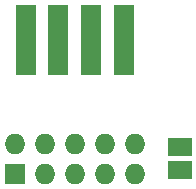
<source format=gbs>
G04 #@! TF.GenerationSoftware,KiCad,Pcbnew,(5.1.8)-1*
G04 #@! TF.CreationDate,2021-03-27T21:37:08+01:00*
G04 #@! TF.ProjectId,MSX,4d53582e-6b69-4636-9164-5f7063625858,rev?*
G04 #@! TF.SameCoordinates,Original*
G04 #@! TF.FileFunction,Soldermask,Bot*
G04 #@! TF.FilePolarity,Negative*
%FSLAX46Y46*%
G04 Gerber Fmt 4.6, Leading zero omitted, Abs format (unit mm)*
G04 Created by KiCad (PCBNEW (5.1.8)-1) date 2021-03-27 21:37:08*
%MOMM*%
%LPD*%
G01*
G04 APERTURE LIST*
%ADD10R,1.700000X6.000000*%
%ADD11O,1.727200X1.727200*%
%ADD12R,1.727200X1.727200*%
%ADD13R,2.000000X1.600000*%
G04 APERTURE END LIST*
D10*
X138069500Y-78168500D03*
X140839500Y-78168500D03*
X143609500Y-78168500D03*
X146379500Y-78168500D03*
D11*
X147320000Y-86995000D03*
X144780000Y-86995000D03*
X142240000Y-86995000D03*
X139700000Y-86995000D03*
X137160000Y-86995000D03*
X147320000Y-89535000D03*
X144780000Y-89535000D03*
X142240000Y-89535000D03*
X139700000Y-89535000D03*
D12*
X137160000Y-89535000D03*
D13*
X151130000Y-89154000D03*
X151130000Y-87249000D03*
M02*

</source>
